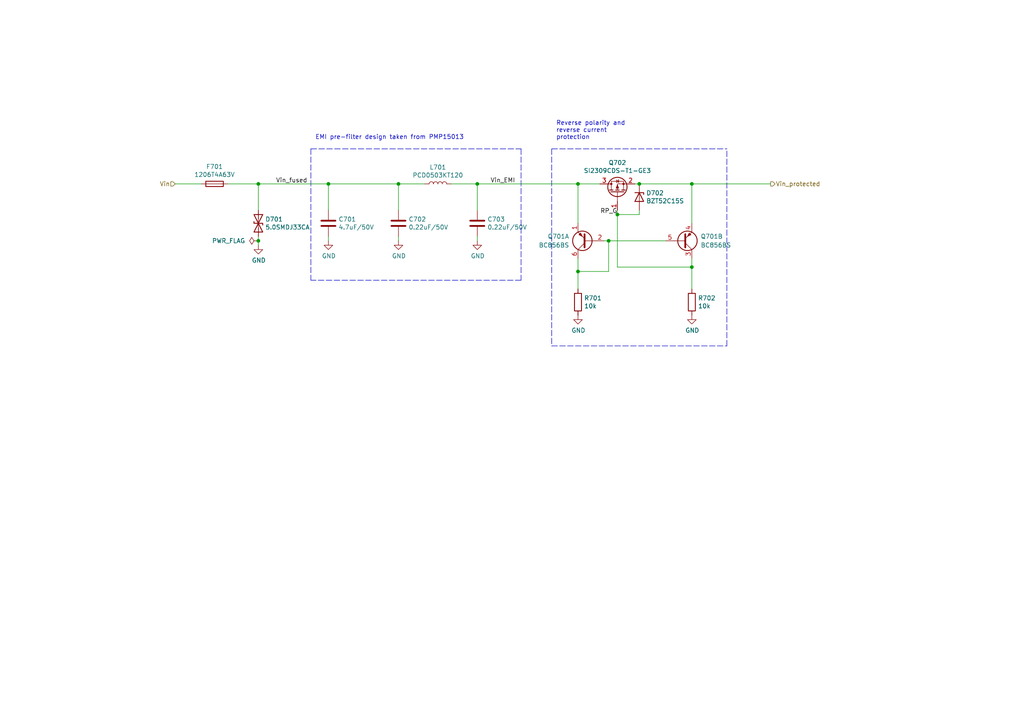
<source format=kicad_sch>
(kicad_sch (version 20211123) (generator eeschema)
  (paper "A4")
  (title_block (title "Sailor Hat for Raspberry Pi") (date "2022-10-14") (rev "v2.0.0-alpha") (company "Hat Labs Ltd") (comment 1 "https://creativecommons.org/licenses/by/4.0") (comment 2 "To view a copy of this license, visit ") (comment 3 "Sailor Hat for Raspberry Pi is licensed under CC BY 4.0."))
  (lib_symbols
    (symbol "Device:C" (pin_numbers hide) (pin_names (offset 0.254))
      (property "Reference" "C" (at 0.635 2.54 0))
      (property "Value" "C" (at 0.635 -2.54 0))
      (symbol "C_0_1"
        (polyline (pts (xy -2.032 -0.762) (xy 2.032 -0.762)) (stroke (width 0.508)))
        (polyline (pts (xy -2.032 0.762) (xy 2.032 0.762)) (stroke (width 0.508)))
      )
      (symbol "C_1_1"
        (pin passive line (at 0 3.81 270) (length 2.794) (name "~") (number "1"))
        (pin passive line (at 0 -3.81 90) (length 2.794) (name "~") (number "2"))
      )
    )
    (symbol "Device:D_TVS" (pin_numbers hide) (pin_names (offset 1.016) hide)
      (property "Reference" "D" (at 0 2.54 0))
      (property "Value" "D_TVS" (at 0 -2.54 0))
      (symbol "D_TVS_0_1"
        (polyline (pts (xy 1.27 0) (xy -1.27 0)))
        (polyline (pts (xy 0.508 1.27) (xy 0 1.27) (xy 0 -1.27) (xy -0.508 -1.27)) (stroke (width 0.254)))
        (polyline (pts (xy -2.54 1.27) (xy -2.54 -1.27) (xy 2.54 1.27) (xy 2.54 -1.27) (xy -2.54 1.27)) (stroke (width 0.254)))
      )
      (symbol "D_TVS_1_1"
        (pin passive line (at -3.81 0 0) (length 2.54) (name "A1") (number "1"))
        (pin passive line (at 3.81 0 180) (length 2.54) (name "A2") (number "2"))
      )
    )
    (symbol "Device:D_Zener" (pin_numbers hide) (pin_names (offset 1.016) hide)
      (property "Reference" "D" (at 0 2.54 0))
      (property "Value" "D_Zener" (at 0 -2.54 0))
      (symbol "D_Zener_0_1"
        (polyline (pts (xy 1.27 0) (xy -1.27 0)))
        (polyline (pts (xy -1.27 -1.27) (xy -1.27 1.27) (xy -0.762 1.27)) (stroke (width 0.254)))
        (polyline (pts (xy 1.27 -1.27) (xy 1.27 1.27) (xy -1.27 0) (xy 1.27 -1.27)) (stroke (width 0.254)))
      )
      (symbol "D_Zener_1_1"
        (pin passive line (at -3.81 0 0) (length 2.54) (name "K") (number "1"))
        (pin passive line (at 3.81 0 180) (length 2.54) (name "A") (number "2"))
      )
    )
    (symbol "Device:Fuse" (pin_numbers hide) (pin_names (offset 0))
      (property "Reference" "F" (at 2.032 0 90))
      (property "Value" "Fuse" (at -1.905 0 90))
      (symbol "Fuse_0_1"
        (rectangle (start -0.762 -2.54) (end 0.762 2.54) (stroke (width 0.254)))
        (polyline (pts (xy 0 2.54) (xy 0 -2.54)))
      )
      (symbol "Fuse_1_1"
        (pin passive line (at 0 3.81 270) (length 1.27) (name "~") (number "1"))
        (pin passive line (at 0 -3.81 90) (length 1.27) (name "~") (number "2"))
      )
    )
    (symbol "Device:L" (pin_numbers hide) (pin_names (offset 1.016) hide)
      (property "Reference" "L" (at -1.27 0 90))
      (property "Value" "L" (at 1.905 0 90))
      (symbol "L_0_1"
        (arc (start 0 -2.54) (mid 0.635 -1.905) (end 0 -1.27))
        (arc (start 0 -1.27) (mid 0.635 -0.635) (end 0 0))
        (arc (start 0 0) (mid 0.635 0.635) (end 0 1.27))
        (arc (start 0 1.27) (mid 0.635 1.905) (end 0 2.54))
      )
      (symbol "L_1_1"
        (pin passive line (at 0 3.81 270) (length 1.27) (name "1") (number "1"))
        (pin passive line (at 0 -3.81 90) (length 1.27) (name "2") (number "2"))
      )
    )
    (symbol "Device:R" (pin_numbers hide) (pin_names (offset 0))
      (property "Reference" "R" (at 2.032 0 90))
      (property "Value" "R" (at 0 0 90))
      (symbol "R_0_1"
        (rectangle (start -1.016 -2.54) (end 1.016 2.54) (stroke (width 0.254)))
      )
      (symbol "R_1_1"
        (pin passive line (at 0 3.81 270) (length 1.27) (name "~") (number "1"))
        (pin passive line (at 0 -3.81 90) (length 1.27) (name "~") (number "2"))
      )
    )
    (symbol "Transistor_BJT:BC856BS" (pin_names (offset 0) hide)
      (property "Reference" "Q" (at 5.08 1.27 0))
      (property "Value" "BC856BS" (at 5.08 -1.27 0))
      (symbol "BC856BS_0_1"
        (polyline (pts (xy 0.635 0) (xy -2.54 0)))
        (polyline (pts (xy 0.635 0.635) (xy 2.54 2.54)))
        (polyline (pts (xy 0.635 -0.635) (xy 2.54 -2.54) (xy 2.54 -2.54)))
        (polyline (pts (xy 0.635 1.905) (xy 0.635 -1.905) (xy 0.635 -1.905)) (stroke (width 0.508)))
        (polyline (pts (xy 2.286 -1.778) (xy 1.778 -2.286) (xy 1.27 -1.27) (xy 2.286 -1.778) (xy 2.286 -1.778)) (fill (type outline)))
        (circle (center 1.27 0) (radius 2.8194) (stroke (width 0.254)))
      )
      (symbol "BC856BS_1_1"
        (pin passive line (at 2.54 -5.08 90) (length 2.54) (name "E1") (number "1"))
        (pin input line (at -5.08 0 0) (length 2.54) (name "B1") (number "2"))
        (pin passive line (at 2.54 5.08 270) (length 2.54) (name "C1") (number "6"))
      )
      (symbol "BC856BS_2_1"
        (pin passive line (at 2.54 5.08 270) (length 2.54) (name "C2") (number "3"))
        (pin passive line (at 2.54 -5.08 90) (length 2.54) (name "E2") (number "4"))
        (pin input line (at -5.08 0 0) (length 2.54) (name "B2") (number "5"))
      )
    )
    (symbol "Transistor_FET:Si2371EDS" (pin_names hide)
      (property "Reference" "Q" (at 5.08 1.905 0))
      (property "Value" "Si2371EDS" (at 5.08 0 0))
      (symbol "Si2371EDS_0_1"
        (polyline (pts (xy 0.254 0) (xy -2.54 0)))
        (polyline (pts (xy 0.254 1.905) (xy 0.254 -1.905)) (stroke (width 0.254)))
        (polyline (pts (xy 0.762 -1.27) (xy 0.762 -2.286)) (stroke (width 0.254)))
        (polyline (pts (xy 0.762 0.508) (xy 0.762 -0.508)) (stroke (width 0.254)))
        (polyline (pts (xy 0.762 2.286) (xy 0.762 1.27)) (stroke (width 0.254)))
        (polyline (pts (xy 2.54 2.54) (xy 2.54 1.778)))
        (polyline (pts (xy 2.54 -2.54) (xy 2.54 0) (xy 0.762 0)))
        (polyline (pts (xy 0.762 1.778) (xy 3.302 1.778) (xy 3.302 -1.778) (xy 0.762 -1.778)))
        (polyline (pts (xy 2.286 0) (xy 1.27 0.381) (xy 1.27 -0.381) (xy 2.286 0)) (fill (type outline)))
        (polyline (pts (xy 2.794 -0.508) (xy 2.921 -0.381) (xy 3.683 -0.381) (xy 3.81 -0.254)))
        (polyline (pts (xy 3.302 -0.381) (xy 2.921 0.254) (xy 3.683 0.254) (xy 3.302 -0.381)))
        (circle (center 1.651 0) (radius 2.794) (stroke (width 0.254)))
        (circle (center 2.54 -1.778) (radius 0.254) (fill (type outline)))
        (circle (center 2.54 1.778) (radius 0.254) (fill (type outline)))
      )
      (symbol "Si2371EDS_1_1"
        (pin input line (at -5.08 0 0) (length 2.54) (name "G") (number "1"))
        (pin passive line (at 2.54 -5.08 90) (length 2.54) (name "S") (number "2"))
        (pin passive line (at 2.54 5.08 270) (length 2.54) (name "D") (number "3"))
      )
    )
    (symbol "power:GND" (power) (pin_names (offset 0))
      (property "Value" "GND" (at 0 -3.81 0))
      (symbol "GND_0_1"
        (polyline (pts (xy 0 0) (xy 0 -1.27) (xy 1.27 -1.27) (xy 0 -2.54) (xy -1.27 -1.27) (xy 0 -1.27)))
      )
      (symbol "GND_1_1"
        (pin power_in line (at 0 0 270) (length 0) hide (name "GND") (number "1"))
      )
    )
    (symbol "power:PWR_FLAG" (power) (pin_numbers hide) (pin_names (offset 0) hide)
      (property "Value" "PWR_FLAG" (at 0 3.81 0))
      (symbol "PWR_FLAG_0_0"
        (pin power_out line (at 0 0 90) (length 0) (name "pwr") (number "1"))
      )
      (symbol "PWR_FLAG_0_1"
        (polyline (pts (xy 0 0) (xy 0 1.27) (xy -1.016 1.905) (xy 0 2.54) (xy 1.016 1.905) (xy 0 1.27)))
      )
    )
  )
  (junction (at 185.42 53.34))
  (junction (at 74.93 53.34))
  (junction (at 200.66 53.34))
  (junction (at 115.57 53.34))
  (junction (at 74.93 69.85))
  (junction (at 200.66 77.47))
  (junction (at 179.07 62.23))
  (junction (at 95.25 53.34))
  (junction (at 176.53 69.85))
  (junction (at 167.64 53.34))
  (junction (at 138.43 53.34))
  (junction (at 167.64 78.74))
  (wire (pts (xy 130.81 53.34) (xy 138.43 53.34)))
  (polyline (pts (xy 160.02 43.18) (xy 210.82 43.18)))
  (wire (pts (xy 167.64 53.34) (xy 173.99 53.34)))
  (wire (pts (xy 115.57 53.34) (xy 123.19 53.34)))
  (polyline (pts (xy 90.17 43.18) (xy 151.13 43.18)))
  (wire (pts (xy 138.43 68.58) (xy 138.43 69.85)))
  (wire (pts (xy 95.25 60.96) (xy 95.25 53.34)))
  (wire (pts (xy 184.15 53.34) (xy 185.42 53.34)))
  (wire (pts (xy 138.43 60.96) (xy 138.43 53.34)))
  (polyline (pts (xy 90.17 43.18) (xy 90.17 81.28)))
  (polyline (pts (xy 160.02 100.33) (xy 210.82 100.33)))
  (wire (pts (xy 74.93 53.34) (xy 95.25 53.34)))
  (polyline (pts (xy 151.13 43.18) (xy 151.13 81.28)))
  (wire (pts (xy 167.64 74.93) (xy 167.64 78.74)))
  (wire (pts (xy 179.07 62.23) (xy 179.07 77.47)))
  (polyline (pts (xy 160.02 43.18) (xy 160.02 100.33)))
  (wire (pts (xy 185.42 62.23) (xy 185.42 60.96)))
  (wire (pts (xy 167.64 78.74) (xy 167.64 83.82)))
  (wire (pts (xy 115.57 68.58) (xy 115.57 69.85)))
  (wire (pts (xy 200.66 53.34) (xy 200.66 64.77)))
  (wire (pts (xy 115.57 60.96) (xy 115.57 53.34)))
  (wire (pts (xy 167.64 53.34) (xy 167.64 64.77)))
  (wire (pts (xy 74.93 60.96) (xy 74.93 53.34)))
  (wire (pts (xy 175.26 69.85) (xy 176.53 69.85)))
  (wire (pts (xy 74.93 53.34) (xy 66.04 53.34)))
  (wire (pts (xy 200.66 53.34) (xy 223.52 53.34)))
  (wire (pts (xy 176.53 69.85) (xy 193.04 69.85)))
  (polyline (pts (xy 151.13 81.28) (xy 90.17 81.28)))
  (wire (pts (xy 74.93 68.58) (xy 74.93 69.85)))
  (polyline (pts (xy 210.82 100.33) (xy 210.82 43.18)))
  (wire (pts (xy 95.25 53.34) (xy 115.57 53.34)))
  (wire (pts (xy 179.07 62.23) (xy 185.42 62.23)))
  (wire (pts (xy 176.53 78.74) (xy 167.64 78.74)))
  (wire (pts (xy 200.66 77.47) (xy 200.66 83.82)))
  (wire (pts (xy 176.53 69.85) (xy 176.53 78.74)))
  (wire (pts (xy 138.43 53.34) (xy 167.64 53.34)))
  (wire (pts (xy 58.42 53.34) (xy 50.8 53.34)))
  (wire (pts (xy 185.42 53.34) (xy 200.66 53.34)))
  (wire (pts (xy 200.66 74.93) (xy 200.66 77.47)))
  (wire (pts (xy 179.07 62.23) (xy 179.07 60.96)))
  (wire (pts (xy 95.25 68.58) (xy 95.25 69.85)))
  (wire (pts (xy 200.66 77.47) (xy 179.07 77.47)))
  (wire (pts (xy 74.93 69.85) (xy 74.93 71.12)))
  (text "EMI pre-filter design taken from PMP15013" (at 91.44 40.64 0) (effects (font (size 1.27 1.27)) (justify left bottom)))
  (text "Reverse polarity and\nreverse current\nprotection" (at 161.29 40.64 0) (effects (font (size 1.27 1.27)) (justify left bottom)))
  (label "Vin_EMI" (at 142.24 53.34 0))
  (label "Vin_fused" (at 80.01 53.34 0))
  (label "RP_G" (at 179.07 62.23 180))
  (hierarchical_label "Vin" (shape input) (at 50.8 53.34 180))
  (hierarchical_label "Vin_protected" (shape output) (at 223.52 53.34 0))
  (symbol (lib_id "power:GND") (at 74.93 71.12 0) (unit 1)
    (property "Reference" "#PWR0701" (effects hide))
    (property "Value" "GND" (at 75.057 75.5142 0))
  )
  (symbol (lib_id "Transistor_FET:Si2371EDS") (at 179.07 55.88 90) (unit 1)
    (property "Reference" "Q702" (at 179.07 47.1932 90))
    (property "Value" "SI2309CDS-T1-GE3" (at 179.07 49.5046 90))
    (property "Footprint" "Package_TO_SOT_SMD:SOT-23" (effects hide))
    (property "LCSC" "C558250" (effects hide))
  )
  (symbol (lib_id "Device:D_Zener") (at 185.42 57.15 270) (unit 1)
    (property "Reference" "D702" (at 187.4266 55.9816 90) (effects (justify left)))
    (property "Value" "BZT52C15S" (at 187.4266 58.293 90) (effects (justify left)))
    (property "Footprint" "Diode_SMD:D_SOD-323" (effects hide))
    (property "LCSC" "C173448" (effects hide))
  )
  (symbol (lib_id "Device:D_TVS") (at 74.93 64.77 270) (unit 1)
    (property "Reference" "D701" (at 76.9366 63.6016 90) (effects (justify left)))
    (property "Value" "5.0SMDJ33CA" (at 76.9366 65.913 90) (effects (justify left)))
    (property "Footprint" "Diode_SMD:D_SMC" (effects hide))
    (property "LCSC" "C112941" (effects hide))
  )
  (symbol (lib_id "Device:Fuse") (at 62.23 53.34 270) (unit 1)
    (property "Reference" "F701" (at 62.23 48.3362 90))
    (property "Value" "1206T4A63V" (at 62.23 50.6476 90))
    (property "Footprint" "Fuse:Fuse_1206_3216Metric" (effects hide))
    (property "LCSC" "C354899" (effects hide))
  )
  (symbol (lib_id "Device:C") (at 115.57 64.77 0) (unit 1)
    (property "Reference" "C702" (at 118.491 63.6016 0) (effects (justify left)))
    (property "Value" "0.22uF/50V" (at 118.491 65.913 0) (effects (justify left)))
    (property "Footprint" "Capacitor_SMD:C_0805_2012Metric" (effects hide))
    (property "LCSC" "C5378" (effects hide))
  )
  (symbol (lib_id "power:GND") (at 115.57 69.85 0) (unit 1)
    (property "Reference" "#PWR0703" (effects hide))
    (property "Value" "GND" (at 115.697 74.2442 0))
  )
  (symbol (lib_id "Device:C") (at 95.25 64.77 0) (unit 1)
    (property "Reference" "C701" (at 98.171 63.6016 0) (effects (justify left)))
    (property "Value" "4.7uF/50V" (at 98.171 65.913 0) (effects (justify left)))
    (property "Footprint" "Capacitor_SMD:C_1206_3216Metric" (effects hide))
    (property "LCSC" "C29823" (effects hide))
  )
  (symbol (lib_id "power:GND") (at 95.25 69.85 0) (unit 1)
    (property "Reference" "#PWR0702" (effects hide))
    (property "Value" "GND" (at 95.377 74.2442 0))
  )
  (symbol (lib_id "Device:L") (at 127 53.34 90) (unit 1)
    (property "Reference" "L701" (at 127 48.514 90))
    (property "Value" "PCD0503KT120" (at 127 50.8254 90))
    (property "Footprint" "SH-RPi:L_PCD0503" (effects hide))
    (property "LCSC" "C324292" (effects hide))
  )
  (symbol (lib_id "Device:C") (at 138.43 64.77 0) (unit 1)
    (property "Reference" "C703" (at 141.351 63.6016 0) (effects (justify left)))
    (property "Value" "0.22uF/50V" (at 141.351 65.913 0) (effects (justify left)))
    (property "Footprint" "Capacitor_SMD:C_0805_2012Metric" (effects hide))
    (property "LCSC" "C5378" (effects hide))
  )
  (symbol (lib_id "power:GND") (at 138.43 69.85 0) (unit 1)
    (property "Reference" "#PWR0704" (effects hide))
    (property "Value" "GND" (at 138.557 74.2442 0))
  )
  (symbol (lib_id "Device:R") (at 167.64 87.63 0) (unit 1)
    (property "Reference" "R701" (at 169.418 86.4616 0) (effects (justify left)))
    (property "Value" "10k" (at 169.418 88.773 0) (effects (justify left)))
    (property "Footprint" "Resistor_SMD:R_0402_1005Metric" (effects hide))
    (property "LCSC" "C25744" (effects hide))
  )
  (symbol (lib_id "power:GND") (at 200.66 91.44 0) (unit 1)
    (property "Reference" "#PWR0706" (effects hide))
    (property "Value" "GND" (at 200.787 95.8342 0))
  )
  (symbol (lib_id "power:PWR_FLAG") (at 74.93 69.85 90) (unit 1)
    (property "Reference" "#FLG0701" (effects hide))
    (property "Value" "PWR_FLAG" (at 71.12 69.8499 90) (effects (justify left)))
  )
  (symbol (lib_id "Device:R") (at 200.66 87.63 0) (unit 1)
    (property "Reference" "R702" (at 202.438 86.4616 0) (effects (justify left)))
    (property "Value" "10k" (at 202.438 88.773 0) (effects (justify left)))
    (property "Footprint" "Resistor_SMD:R_0402_1005Metric" (effects hide))
    (property "LCSC" "C25744" (effects hide))
  )
  (symbol (lib_id "Transistor_BJT:BC856BS") (at 198.12 69.85 0) (mirror x) (unit 2)
    (property "Reference" "Q701" (at 203.2 68.5799 0) (effects (justify left)))
    (property "Value" "BC856BS" (at 203.2 71.1199 0) (effects (justify left)))
    (property "Footprint" "Package_TO_SOT_SMD:SOT-363_SC-70-6" (effects hide))
    (property "Datasheet" "https://assets.nexperia.com/documents/data-sheet/BC856BS.pdf" (effects hide))
    (property "LCSC" "C417380" (effects hide))
  )
  (symbol (lib_id "power:GND") (at 167.64 91.44 0) (unit 1)
    (property "Reference" "#PWR0705" (effects hide))
    (property "Value" "GND" (at 167.767 95.8342 0))
  )
  (symbol (lib_id "Transistor_BJT:BC856BS") (at 170.18 69.85 180) (unit 1)
    (property "Reference" "Q701" (at 165.1 68.5799 0) (effects (justify left)))
    (property "Value" "BC856BS" (at 165.1 71.1199 0) (effects (justify left)))
    (property "Footprint" "Package_TO_SOT_SMD:SOT-363_SC-70-6" (effects hide))
    (property "Datasheet" "https://assets.nexperia.com/documents/data-sheet/BC856BS.pdf" (effects hide))
    (property "LCSC" "C417380" (effects hide))
  )
)
</source>
